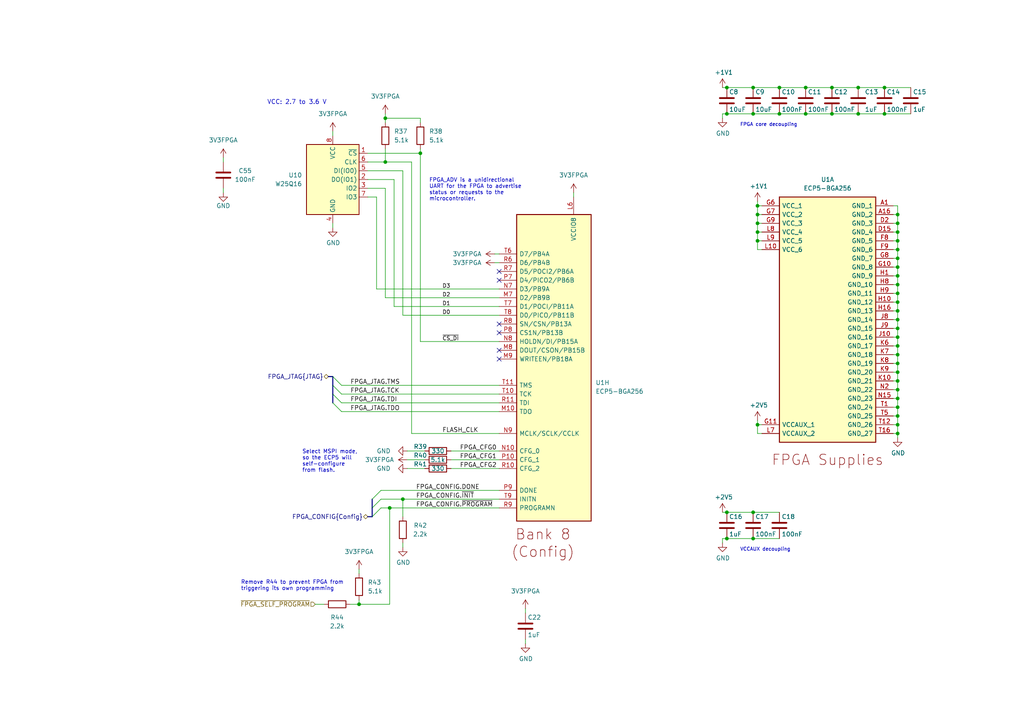
<source format=kicad_sch>
(kicad_sch (version 20230121) (generator eeschema)
  (paper "A4")
  (title_block (title "${TITLE}") (date "${DATE}") (rev "${VERSION}") (company "${COPYRIGHT}") (comment 1 "${LICENSE}"))
  (lib_symbols
    (symbol "Device:C" (pin_numbers hide) (pin_names (offset 0.254))
      (property "Reference" "C" (at 0.635 2.54 0))
      (property "Value" "C" (at 0.635 -2.54 0))
      (symbol "C_0_1"
        (polyline (pts (xy -2.032 -0.762) (xy 2.032 -0.762)) (stroke (width 0.508)))
        (polyline (pts (xy -2.032 0.762) (xy 2.032 0.762)) (stroke (width 0.508)))
      )
      (symbol "C_1_1"
        (pin passive line (at 0 3.81 270) (length 2.794) (name "~") (number "1"))
        (pin passive line (at 0 -3.81 90) (length 2.794) (name "~") (number "2"))
      )
    )
    (symbol "Device:R" (pin_numbers hide) (pin_names (offset 0))
      (property "Reference" "R" (at 2.032 0 90))
      (property "Value" "R" (at 0 0 90))
      (symbol "R_0_1"
        (rectangle (start -1.016 -2.54) (end 1.016 2.54) (stroke (width 0.254)))
      )
      (symbol "R_1_1"
        (pin passive line (at 0 3.81 270) (length 1.27) (name "~") (number "1"))
        (pin passive line (at 0 -3.81 90) (length 1.27) (name "~") (number "2"))
      )
    )
    (symbol "Memory_Flash:W25Q32JVSS"
      (property "Reference" "U" (at -6.35 11.43 0))
      (property "Value" "W25Q32JVSS" (at 7.62 11.43 0))
      (symbol "W25Q32JVSS_0_1"
        (rectangle (start -7.62 10.16) (end 7.62 -10.16) (stroke (width 0.254)) (fill (type background)))
      )
      (symbol "W25Q32JVSS_1_1"
        (pin input line (at -10.16 7.62 0) (length 2.54) (name "~{CS}") (number "1"))
        (pin bidirectional line (at -10.16 0 0) (length 2.54) (name "DO(IO1)") (number "2"))
        (pin bidirectional line (at -10.16 -2.54 0) (length 2.54) (name "IO2") (number "3"))
        (pin power_in line (at 0 -12.7 90) (length 2.54) (name "GND") (number "4"))
        (pin bidirectional line (at -10.16 2.54 0) (length 2.54) (name "DI(IO0)") (number "5"))
        (pin input line (at -10.16 5.08 0) (length 2.54) (name "CLK") (number "6"))
        (pin bidirectional line (at -10.16 -5.08 0) (length 2.54) (name "IO3") (number "7"))
        (pin power_in line (at 0 12.7 270) (length 2.54) (name "VCC") (number "8"))
      )
    )
    (symbol "fpgas_and_processors:ECP5-BGA256" (pin_names (offset 0.762))
      (property "Reference" "U" (at -2.54 1.27 0))
      (property "Value" "ECP5-BGA256" (at 10.16 1.27 0))
      (symbol "ECP5-BGA256_1_0"
        (rectangle (start 5.08 0) (end 33.02 -71.12) (stroke (width 0.3048)) (fill (type background)))
      )
      (symbol "ECP5-BGA256_1_1"
        (text "FPGA Supplies" (at 19.05 -76.2 0) (effects (font (size 2.9972 2.9972))))
        (pin power_in line (at 38.1 -2.54 180) (length 5.08) (name "GND_1") (number "A1"))
        (pin power_in line (at 38.1 -5.08 180) (length 5.08) (name "GND_2") (number "A16"))
        (pin power_in line (at 38.1 -10.16 180) (length 5.08) (name "GND_4") (number "D15"))
        (pin power_in line (at 38.1 -7.62 180) (length 5.08) (name "GND_3") (number "D2"))
        (pin power_in line (at 38.1 -12.7 180) (length 5.08) (name "GND_5") (number "F8"))
        (pin power_in line (at 38.1 -15.24 180) (length 5.08) (name "GND_6") (number "F9"))
        (pin power_in line (at 38.1 -20.32 180) (length 5.08) (name "GND_8") (number "G10"))
        (pin power_in line (at 0 -66.04 0) (length 5.08) (name "VCCAUX_1") (number "G11"))
        (pin power_in line (at 0 -2.54 0) (length 5.08) (name "VCC_1") (number "G6"))
        (pin power_in line (at 0 -5.08 0) (length 5.08) (name "VCC_2") (number "G7"))
        (pin power_in line (at 38.1 -17.78 180) (length 5.08) (name "GND_7") (number "G8"))
        (pin power_in line (at 0 -7.62 0) (length 5.08) (name "VCC_3") (number "G9"))
        (pin power_in line (at 38.1 -22.86 180) (length 5.08) (name "GND_9") (number "H1"))
        (pin power_in line (at 38.1 -30.48 180) (length 5.08) (name "GND_12") (number "H10"))
        (pin power_in line (at 38.1 -33.02 180) (length 5.08) (name "GND_13") (number "H16"))
        (pin power_in line (at 38.1 -25.4 180) (length 5.08) (name "GND_10") (number "H8"))
        (pin power_in line (at 38.1 -27.94 180) (length 5.08) (name "GND_11") (number "H9"))
        (pin power_in line (at 38.1 -40.64 180) (length 5.08) (name "GND_16") (number "J10"))
        (pin power_in line (at 38.1 -35.56 180) (length 5.08) (name "GND_14") (number "J8"))
        (pin power_in line (at 38.1 -38.1 180) (length 5.08) (name "GND_15") (number "J9"))
        (pin power_in line (at 38.1 -53.34 180) (length 5.08) (name "GND_21") (number "K10"))
        (pin power_in line (at 38.1 -43.18 180) (length 5.08) (name "GND_17") (number "K6"))
        (pin power_in line (at 38.1 -45.72 180) (length 5.08) (name "GND_18") (number "K7"))
        (pin power_in line (at 38.1 -48.26 180) (length 5.08) (name "GND_19") (number "K8"))
        (pin power_in line (at 38.1 -50.8 180) (length 5.08) (name "GND_20") (number "K9"))
        (pin power_in line (at 0 -15.24 0) (length 5.08) (name "VCC_6") (number "L10"))
        (pin power_in line (at 0 -68.58 0) (length 5.08) (name "VCCAUX_2") (number "L7"))
        (pin power_in line (at 0 -10.16 0) (length 5.08) (name "VCC_4") (number "L8"))
        (pin power_in line (at 0 -12.7 0) (length 5.08) (name "VCC_5") (number "L9"))
        (pin power_in line (at 38.1 -58.42 180) (length 5.08) (name "GND_23") (number "N15"))
        (pin power_in line (at 38.1 -55.88 180) (length 5.08) (name "GND_22") (number "N2"))
        (pin power_in line (at 38.1 -60.96 180) (length 5.08) (name "GND_24") (number "T1"))
        (pin power_in line (at 38.1 -66.04 180) (length 5.08) (name "GND_26") (number "T12"))
        (pin power_in line (at 38.1 -68.58 180) (length 5.08) (name "GND_27") (number "T16"))
        (pin power_in line (at 38.1 -63.5 180) (length 5.08) (name "GND_25") (number "T5"))
      )
      (symbol "ECP5-BGA256_2_1"
        (rectangle (start 0 0) (end 19.05 -74.93) (stroke (width 0.3048)) (fill (type background)))
        (text "Bank 0" (at 10.16 -78.74 0) (effects (font (size 2.9972 2.9972))))
        (pin bidirectional line (at 24.13 -11.43 180) (length 5.08) (name "PT4A") (number "A2"))
        (pin bidirectional line (at 24.13 -16.51 180) (length 5.08) (name "PT6A") (number "A3"))
        (pin bidirectional line (at 24.13 -19.05 180) (length 5.08) (name "PT6B") (number "A4"))
        (pin bidirectional line (at 24.13 -43.18 180) (length 5.08) (name "PT18A") (number "A5"))
        (pin bidirectional line (at 24.13 -45.72 180) (length 5.08) (name "PT18B") (number "A6"))
        (pin bidirectional line (at 24.13 -68.58 180) (length 5.08) (name "PT29A") (number "A7"))
        (pin bidirectional line (at 24.13 -71.12 180) (length 5.08) (name "PT29B") (number "A8"))
        (pin bidirectional line (at 24.13 -13.97 180) (length 5.08) (name "PT4B") (number "B3"))
        (pin bidirectional line (at 24.13 -29.21 180) (length 5.08) (name "PT11B") (number "B4"))
        (pin bidirectional line (at 24.13 -39.37 180) (length 5.08) (name "PT15B") (number "B5"))
        (pin bidirectional line (at 24.13 -55.88 180) (length 5.08) (name "PT22B") (number "B6"))
        (pin bidirectional line (at 24.13 -66.04 180) (length 5.08) (name "PT27B") (number "B7"))
        (pin bidirectional line (at 24.13 -26.67 180) (length 5.08) (name "PT11A") (number "C4"))
        (pin bidirectional line (at 24.13 -36.83 180) (length 5.08) (name "PT15A") (number "C5"))
        (pin bidirectional line (at 24.13 -53.34 180) (length 5.08) (name "PT22A") (number "C6"))
        (pin bidirectional line (at 24.13 -63.5 180) (length 5.08) (name "PT27A") (number "C7"))
        (pin bidirectional line (at 24.13 -24.13 180) (length 5.08) (name "PT9B") (number "D4"))
        (pin bidirectional line (at 24.13 -34.29 180) (length 5.08) (name "PT13B") (number "D5"))
        (pin bidirectional line (at 24.13 -50.8 180) (length 5.08) (name "PT20B") (number "D6"))
        (pin bidirectional line (at 24.13 -60.96 180) (length 5.08) (name "PT24B") (number "D7"))
        (pin bidirectional line (at 24.13 -21.59 180) (length 5.08) (name "PT9A") (number "E4"))
        (pin bidirectional line (at 24.13 -31.75 180) (length 5.08) (name "PT13A") (number "E5"))
        (pin bidirectional line (at 24.13 -48.26 180) (length 5.08) (name "PT20A") (number "E6"))
        (pin bidirectional line (at 24.13 -58.42 180) (length 5.08) (name "PT24A") (number "E7"))
        (pin power_in line (at 7.62 5.08 270) (length 5.08) (name "VCCIO0_1") (number "F6"))
        (pin power_in line (at 5.08 5.08 270) (length 5.08) (name "VCCIO0_2") (number "F7"))
      )
      (symbol "ECP5-BGA256_3_0"
        (rectangle (start 0 0) (end 21.59 -93.98) (stroke (width 0.3048)) (fill (type background)))
      )
      (symbol "ECP5-BGA256_3_1"
        (text "Bank 1" (at 8.89 -96.52 0) (effects (font (size 2.9972 2.9972))))
        (pin bidirectional line (at 26.67 -34.29 180) (length 5.08) (name "PT42B") (number "A10"))
        (pin bidirectional line (at 26.67 -57.15 180) (length 5.08) (name "PT53A") (number "A11"))
        (pin bidirectional line (at 26.67 -59.69 180) (length 5.08) (name "PT53B") (number "A12"))
        (pin bidirectional line (at 26.67 -82.55 180) (length 5.08) (name "PT65A") (number "A13"))
        (pin bidirectional line (at 26.67 -85.09 180) (length 5.08) (name "PT65B") (number "A14"))
        (pin bidirectional line (at 26.67 -90.17 180) (length 5.08) (name "PT67B") (number "A15"))
        (pin bidirectional line (at 26.67 -31.75 180) (length 5.08) (name "PT42A") (number "A9"))
        (pin bidirectional line (at 26.67 -36.83 180) (length 5.08) (name "PT44A") (number "B10"))
        (pin bidirectional line (at 26.67 -46.99 180) (length 5.08) (name "PT49A") (number "B11"))
        (pin bidirectional line (at 26.67 -62.23 180) (length 5.08) (name "PT56A") (number "B12"))
        (pin bidirectional line (at 26.67 -72.39 180) (length 5.08) (name "PT60A") (number "B13"))
        (pin bidirectional line (at 26.67 -87.63 180) (length 5.08) (name "PT67A") (number "B14"))
        (pin bidirectional line (at 26.67 -19.05 180) (length 5.08) (name "PT35B") (number "B8"))
        (pin bidirectional line (at 26.67 -21.59 180) (length 5.08) (name "PT38A") (number "B9"))
        (pin bidirectional line (at 26.67 -39.37 180) (length 5.08) (name "PT44B") (number "C10"))
        (pin bidirectional line (at 26.67 -49.53 180) (length 5.08) (name "PT49B") (number "C11"))
        (pin bidirectional line (at 26.67 -64.77 180) (length 5.08) (name "PT56B") (number "C12"))
        (pin bidirectional line (at 26.67 -74.93 180) (length 5.08) (name "PT60B") (number "C13"))
        (pin bidirectional line (at 26.67 -16.51 180) (length 5.08) (name "PT35A") (number "C8"))
        (pin bidirectional line (at 26.67 -24.13 180) (length 5.08) (name "PT38B") (number "C9"))
        (pin bidirectional line (at 26.67 -41.91 180) (length 5.08) (name "PT47A") (number "D10"))
        (pin bidirectional line (at 26.67 -52.07 180) (length 5.08) (name "PT51A") (number "D11"))
        (pin bidirectional line (at 26.67 -67.31 180) (length 5.08) (name "PT58A") (number "D12"))
        (pin bidirectional line (at 26.67 -77.47 180) (length 5.08) (name "PT62A") (number "D13"))
        (pin bidirectional line (at 26.67 -13.97 180) (length 5.08) (name "PT33B") (number "D8"))
        (pin bidirectional line (at 26.67 -26.67 180) (length 5.08) (name "PT40A") (number "D9"))
        (pin bidirectional line (at 26.67 -44.45 180) (length 5.08) (name "PT47B") (number "E10"))
        (pin bidirectional line (at 26.67 -54.61 180) (length 5.08) (name "PT51B") (number "E11"))
        (pin bidirectional line (at 26.67 -69.85 180) (length 5.08) (name "PT58B") (number "E12"))
        (pin bidirectional line (at 26.67 -80.01 180) (length 5.08) (name "PT62B") (number "E13"))
        (pin bidirectional line (at 26.67 -11.43 180) (length 5.08) (name "PT33A") (number "E8"))
        (pin bidirectional line (at 26.67 -29.21 180) (length 5.08) (name "PT40B") (number "E9"))
        (pin power_in line (at 6.35 5.08 270) (length 5.08) (name "VCCIO1_1") (number "F10"))
        (pin power_in line (at 3.81 5.08 270) (length 5.08) (name "VCCIO1_2") (number "F11"))
      )
      (symbol "ECP5-BGA256_4_1"
        (rectangle (start 0 0) (end 19.05 -93.98) (stroke (width 0.3048)) (fill (type background)))
        (text "Bank 2" (at 10.16 -97.79 0) (effects (font (size 2.9972 2.9972))))
        (pin bidirectional line (at 24.13 -13.97 180) (length 5.08) (name "PR2B") (number "B15"))
        (pin bidirectional line (at 24.13 -11.43 180) (length 5.08) (name "PR2A") (number "B16"))
        (pin bidirectional line (at 24.13 -16.51 180) (length 5.08) (name "PR2C") (number "C14"))
        (pin bidirectional line (at 24.13 -24.13 180) (length 5.08) (name "PR5B") (number "C15"))
        (pin bidirectional line (at 24.13 -21.59 180) (length 5.08) (name "PR5A") (number "C16"))
        (pin bidirectional line (at 24.13 -19.05 180) (length 5.08) (name "PR2D") (number "D14"))
        (pin bidirectional line (at 24.13 -31.75 180) (length 5.08) (name "PR8A") (number "D16"))
        (pin bidirectional line (at 24.13 -26.67 180) (length 5.08) (name "PR5C") (number "E14"))
        (pin bidirectional line (at 24.13 -34.29 180) (length 5.08) (name "PR8B") (number "E15"))
        (pin bidirectional line (at 24.13 -49.53 180) (length 5.08) (name "PR11D") (number "E16"))
        (pin bidirectional line (at 24.13 -39.37 180) (length 5.08) (name "PR8D") (number "F12"))
        (pin bidirectional line (at 24.13 -36.83 180) (length 5.08) (name "PR8C") (number "F13"))
        (pin bidirectional line (at 24.13 -29.21 180) (length 5.08) (name "PR5D") (number "F14"))
        (pin bidirectional line (at 24.13 -46.99 180) (length 5.08) (name "PR11C") (number "F15"))
        (pin bidirectional line (at 24.13 -52.07 180) (length 5.08) (name "PR14A") (number "F16"))
        (pin bidirectional line (at 24.13 -41.91 180) (length 5.08) (name "PR11A") (number "G12"))
        (pin bidirectional line (at 24.13 -44.45 180) (length 5.08) (name "PR11B") (number "G13"))
        (pin bidirectional line (at 24.13 -57.15 180) (length 5.08) (name "PR14C") (number "G14"))
        (pin bidirectional line (at 24.13 -54.61 180) (length 5.08) (name "PR14B") (number "G15"))
        (pin bidirectional line (at 24.13 -72.39 180) (length 5.08) (name "PR20A") (number "G16"))
        (pin power_in line (at 3.81 5.08 270) (length 5.08) (name "VCCIO2_1") (number "H11"))
        (pin bidirectional line (at 24.13 -62.23 180) (length 5.08) (name "PR17A") (number "H12"))
        (pin bidirectional line (at 24.13 -64.77 180) (length 5.08) (name "PR17B") (number "H13"))
        (pin bidirectional line (at 24.13 -59.69 180) (length 5.08) (name "PR14D") (number "H14"))
        (pin bidirectional line (at 24.13 -74.93 180) (length 5.08) (name "PR20B") (number "H15"))
        (pin power_in line (at 6.35 5.08 270) (length 5.08) (name "VCCIO2_2") (number "J11"))
        (pin bidirectional line (at 24.13 -69.85 180) (length 5.08) (name "PR17D") (number "J12"))
        (pin bidirectional line (at 24.13 -67.31 180) (length 5.08) (name "PR17C") (number "J13"))
        (pin bidirectional line (at 24.13 -77.47 180) (length 5.08) (name "PR20C") (number "J14"))
        (pin bidirectional line (at 24.13 -85.09 180) (length 5.08) (name "PR23B") (number "J15"))
        (pin bidirectional line (at 24.13 -82.55 180) (length 5.08) (name "PR23A") (number "J16"))
        (pin bidirectional line (at 24.13 -80.01 180) (length 5.08) (name "PR20D") (number "K14"))
        (pin bidirectional line (at 24.13 -90.17 180) (length 5.08) (name "PR23D") (number "K15"))
        (pin bidirectional line (at 24.13 -87.63 180) (length 5.08) (name "PR23C") (number "K16"))
      )
      (symbol "ECP5-BGA256_5_0"
        (rectangle (start 0 0) (end 20.32 -91.44) (stroke (width 0.3048)) (fill (type background)))
      )
      (symbol "ECP5-BGA256_5_1"
        (text "Bank 3" (at 15.24 -96.52 0) (effects (font (size 2.9972 2.9972))))
        (pin power_in line (at 3.81 5.08 270) (length 5.08) (name "VCCIO3_1") (number "K11"))
        (pin bidirectional line (at 25.4 -22.86 180) (length 5.08) (name "PR29B") (number "K12"))
        (pin bidirectional line (at 25.4 -20.32 180) (length 5.08) (name "PR29A") (number "K13"))
        (pin power_in line (at 6.35 5.08 270) (length 5.08) (name "VCCIO3_2") (number "L11"))
        (pin bidirectional line (at 25.4 -27.94 180) (length 5.08) (name "PR29D") (number "L12"))
        (pin bidirectional line (at 25.4 -25.4 180) (length 5.08) (name "PR29C") (number "L13"))
        (pin bidirectional line (at 25.4 -35.56 180) (length 5.08) (name "PR32C") (number "L14"))
        (pin bidirectional line (at 25.4 -12.7 180) (length 5.08) (name "PR26B") (number "L15"))
        (pin bidirectional line (at 25.4 -10.16 180) (length 5.08) (name "PR26A") (number "L16"))
        (pin bidirectional line (at 25.4 -81.28 180) (length 5.08) (name "PR47A") (number "M11"))
        (pin bidirectional line (at 25.4 -76.2 180) (length 5.08) (name "PR44C") (number "M12"))
        (pin bidirectional line (at 25.4 -45.72 180) (length 5.08) (name "PR35C") (number "M13"))
        (pin bidirectional line (at 25.4 -38.1 180) (length 5.08) (name "PR32D") (number "M14"))
        (pin bidirectional line (at 25.4 -17.78 180) (length 5.08) (name "PR26D") (number "M15"))
        (pin bidirectional line (at 25.4 -15.24 180) (length 5.08) (name "PR26C") (number "M16"))
        (pin bidirectional line (at 25.4 -83.82 180) (length 5.08) (name "PR47B") (number "N11"))
        (pin bidirectional line (at 25.4 -78.74 180) (length 5.08) (name "PR44D") (number "N12"))
        (pin bidirectional line (at 25.4 -50.8 180) (length 5.08) (name "PR38A") (number "N13"))
        (pin bidirectional line (at 25.4 -48.26 180) (length 5.08) (name "PR35D") (number "N14"))
        (pin bidirectional line (at 25.4 -30.48 180) (length 5.08) (name "PR32A") (number "N16"))
        (pin bidirectional line (at 25.4 -86.36 180) (length 5.08) (name "PR47C") (number "P11"))
        (pin bidirectional line (at 25.4 -88.9 180) (length 5.08) (name "PR47D") (number "P12"))
        (pin bidirectional line (at 25.4 -60.96 180) (length 5.08) (name "PR41A") (number "P13"))
        (pin bidirectional line (at 25.4 -53.34 180) (length 5.08) (name "PR38B") (number "P14"))
        (pin bidirectional line (at 25.4 -33.02 180) (length 5.08) (name "PR32B") (number "P15"))
        (pin bidirectional line (at 25.4 -40.64 180) (length 5.08) (name "PR35A") (number "P16"))
        (pin bidirectional line (at 25.4 -71.12 180) (length 5.08) (name "PR44A") (number "R12"))
        (pin bidirectional line (at 25.4 -66.04 180) (length 5.08) (name "PR41C") (number "R13"))
        (pin bidirectional line (at 25.4 -63.5 180) (length 5.08) (name "PR41B") (number "R14"))
        (pin bidirectional line (at 25.4 -55.88 180) (length 5.08) (name "PR38C") (number "R15"))
        (pin bidirectional line (at 25.4 -43.18 180) (length 5.08) (name "PR35B") (number "R16"))
        (pin bidirectional line (at 25.4 -73.66 180) (length 5.08) (name "PR44B") (number "T13"))
        (pin bidirectional line (at 25.4 -68.58 180) (length 5.08) (name "PR41D") (number "T14"))
        (pin bidirectional line (at 25.4 -58.42 180) (length 5.08) (name "PR38D") (number "T15"))
      )
      (symbol "ECP5-BGA256_6_1"
        (rectangle (start 0 0) (end 19.05 -106.68) (stroke (width 0.3048)) (fill (type background)))
        (text "Bank 6" (at 11.43 -110.49 0) (effects (font (size 2.9972 2.9972))))
        (pin power_in line (at 3.81 5.08 270) (length 5.08) (name "VCCIO6_1") (number "J6"))
        (pin power_in line (at 6.35 5.08 270) (length 5.08) (name "VCCIO6_2") (number "J7"))
        (pin bidirectional line (at 24.13 -25.4 180) (length 5.08) (name "PL29A") (number "K4"))
        (pin bidirectional line (at 24.13 -27.94 180) (length 5.08) (name "PL29B") (number "K5"))
        (pin bidirectional line (at 24.13 -13.97 180) (length 5.08) (name "PL26A") (number "L1"))
        (pin bidirectional line (at 24.13 -16.51 180) (length 5.08) (name "PL26B") (number "L2"))
        (pin bidirectional line (at 24.13 -41.91 180) (length 5.08) (name "PL32C") (number "L3"))
        (pin bidirectional line (at 24.13 -30.48 180) (length 5.08) (name "PL29C") (number "L4"))
        (pin bidirectional line (at 24.13 -33.02 180) (length 5.08) (name "PL29D") (number "L5"))
        (pin bidirectional line (at 24.13 -19.05 180) (length 5.08) (name "PL26C") (number "M1"))
        (pin bidirectional line (at 24.13 -21.59 180) (length 5.08) (name "PL26D") (number "M2"))
        (pin bidirectional line (at 24.13 -44.45 180) (length 5.08) (name "PL32D") (number "M3"))
        (pin bidirectional line (at 24.13 -53.34 180) (length 5.08) (name "PL35C") (number "M4"))
        (pin bidirectional line (at 24.13 -78.74 180) (length 5.08) (name "PL44C") (number "M5"))
        (pin bidirectional line (at 24.13 -96.52 180) (length 5.08) (name "PL47A") (number "M6"))
        (pin bidirectional line (at 24.13 -36.83 180) (length 5.08) (name "PL32A") (number "N1"))
        (pin bidirectional line (at 24.13 -55.88 180) (length 5.08) (name "PL35D") (number "N3"))
        (pin bidirectional line (at 24.13 -60.96 180) (length 5.08) (name "PL38A") (number "N4"))
        (pin bidirectional line (at 24.13 -81.28 180) (length 5.08) (name "PL44D") (number "N5"))
        (pin bidirectional line (at 24.13 -99.06 180) (length 5.08) (name "PL47B") (number "N6"))
        (pin bidirectional line (at 24.13 -48.26 180) (length 5.08) (name "PL35A") (number "P1"))
        (pin bidirectional line (at 24.13 -39.37 180) (length 5.08) (name "PL32B") (number "P2"))
        (pin bidirectional line (at 24.13 -63.5 180) (length 5.08) (name "PL38B") (number "P3"))
        (pin bidirectional line (at 24.13 -85.09 180) (length 5.08) (name "PL41A") (number "P4"))
        (pin bidirectional line (at 24.13 -101.6 180) (length 5.08) (name "PL47D") (number "P5"))
        (pin bidirectional line (at 24.13 -104.14 180) (length 5.08) (name "PL47C") (number "P6"))
        (pin bidirectional line (at 24.13 -50.8 180) (length 5.08) (name "PL35B") (number "R1"))
        (pin bidirectional line (at 24.13 -66.04 180) (length 5.08) (name "PL38C") (number "R2"))
        (pin bidirectional line (at 24.13 -87.63 180) (length 5.08) (name "PL41B") (number "R3"))
        (pin bidirectional line (at 24.13 -90.17 180) (length 5.08) (name "PL41C") (number "R4"))
        (pin bidirectional line (at 24.13 -73.66 180) (length 5.08) (name "PL44A") (number "R5"))
        (pin bidirectional line (at 24.13 -68.58 180) (length 5.08) (name "PL38D") (number "T2"))
        (pin bidirectional line (at 24.13 -92.71 180) (length 5.08) (name "PL41D") (number "T3"))
        (pin bidirectional line (at 24.13 -76.2 180) (length 5.08) (name "PL44B") (number "T4"))
      )
      (symbol "ECP5-BGA256_7_1"
        (rectangle (start 0 0) (end 20.32 -109.22) (stroke (width 0.3048)) (fill (type background)))
        (text "Bank 7" (at 12.7 -113.03 0) (effects (font (size 2.9972 2.9972))))
        (pin bidirectional line (at 25.4 -10.16 180) (length 5.08) (name "PL2A") (number "B1"))
        (pin bidirectional line (at 25.4 -12.7 180) (length 5.08) (name "PL2B") (number "B2"))
        (pin bidirectional line (at 25.4 -22.86 180) (length 5.08) (name "PL5A") (number "C1"))
        (pin bidirectional line (at 25.4 -25.4 180) (length 5.08) (name "PL5B") (number "C2"))
        (pin bidirectional line (at 25.4 -15.24 180) (length 5.08) (name "PL2C") (number "C3"))
        (pin bidirectional line (at 25.4 -35.56 180) (length 5.08) (name "PL8A") (number "D1"))
        (pin bidirectional line (at 25.4 -17.78 180) (length 5.08) (name "PL2D") (number "D3"))
        (pin bidirectional line (at 25.4 -54.61 180) (length 5.08) (name "PL11D") (number "E1"))
        (pin bidirectional line (at 25.4 -38.1 180) (length 5.08) (name "PL8B") (number "E2"))
        (pin bidirectional line (at 25.4 -27.94 180) (length 5.08) (name "PL5C") (number "E3"))
        (pin bidirectional line (at 25.4 -59.69 180) (length 5.08) (name "PL14A") (number "F1"))
        (pin bidirectional line (at 25.4 -52.07 180) (length 5.08) (name "PL11C") (number "F2"))
        (pin bidirectional line (at 25.4 -30.48 180) (length 5.08) (name "PL5D") (number "F3"))
        (pin bidirectional line (at 25.4 -40.64 180) (length 5.08) (name "PL8C") (number "F4"))
        (pin bidirectional line (at 25.4 -43.18 180) (length 5.08) (name "PL8D") (number "F5"))
        (pin bidirectional line (at 25.4 -82.55 180) (length 5.08) (name "PL20A") (number "G1"))
        (pin bidirectional line (at 25.4 -62.23 180) (length 5.08) (name "PL14B") (number "G2"))
        (pin bidirectional line (at 25.4 -64.77 180) (length 5.08) (name "PL14C") (number "G3"))
        (pin bidirectional line (at 25.4 -49.53 180) (length 5.08) (name "PL11B") (number "G4"))
        (pin bidirectional line (at 25.4 -46.99 180) (length 5.08) (name "PL11A") (number "G5"))
        (pin bidirectional line (at 25.4 -85.09 180) (length 5.08) (name "PL20B") (number "H2"))
        (pin bidirectional line (at 25.4 -67.31 180) (length 5.08) (name "PL14D") (number "H3"))
        (pin bidirectional line (at 25.4 -73.66 180) (length 5.08) (name "PL17B") (number "H4"))
        (pin bidirectional line (at 25.4 -71.12 180) (length 5.08) (name "PL17A") (number "H5"))
        (pin power_in line (at 7.62 5.08 270) (length 5.08) (name "VCCIO7_1") (number "H6"))
        (pin power_in line (at 5.08 5.08 270) (length 5.08) (name "VCCIO7_2") (number "H7"))
        (pin bidirectional line (at 25.4 -95.25 180) (length 5.08) (name "PL23A") (number "J1"))
        (pin bidirectional line (at 25.4 -97.79 180) (length 5.08) (name "PL23B") (number "J2"))
        (pin bidirectional line (at 25.4 -87.63 180) (length 5.08) (name "PL20C") (number "J3"))
        (pin bidirectional line (at 25.4 -76.2 180) (length 5.08) (name "PL17C") (number "J4"))
        (pin bidirectional line (at 25.4 -78.74 180) (length 5.08) (name "PL17D") (number "J5"))
        (pin bidirectional line (at 25.4 -100.33 180) (length 5.08) (name "PL23C") (number "K1"))
        (pin bidirectional line (at 25.4 -102.87 180) (length 5.08) (name "PL23D") (number "K2"))
        (pin bidirectional line (at 25.4 -90.17 180) (length 5.08) (name "PL20D") (number "K3"))
      )
      (symbol "ECP5-BGA256_8_0"
        (text "(Config)" (at 13.97 -97.79 0) (effects (font (size 2.9972 2.9972))))
        (text "Bank 8" (at 13.97 -92.71 0) (effects (font (size 2.9972 2.9972))))
      )
      (symbol "ECP5-BGA256_8_1"
        (rectangle (start 0 0) (end 21.59 -88.9) (stroke (width 0.3048)) (fill (type background)))
        (pin power_in line (at 5.08 5.08 270) (length 5.08) (name "VCCIO8") (number "L6"))
        (pin output line (at 26.67 -57.15 180) (length 5.08) (name "TDO") (number "M10"))
        (pin bidirectional line (at 26.67 -24.13 180) (length 5.08) (name "D2/PB9B") (number "M7"))
        (pin bidirectional line (at 26.67 -39.37 180) (length 5.08) (name "DOUT/CSON/PB15B") (number "M8"))
        (pin bidirectional line (at 26.67 -41.91 180) (length 5.08) (name "WRITEEN/PB18A") (number "M9"))
        (pin input line (at 26.67 -68.58 180) (length 5.08) (name "CFG_0") (number "N10"))
        (pin bidirectional line (at 26.67 -21.59 180) (length 5.08) (name "D3/PB9A") (number "N7"))
        (pin bidirectional line (at 26.67 -36.83 180) (length 5.08) (name "HOLDN/DI/PB15A") (number "N8"))
        (pin bidirectional line (at 26.67 -63.5 180) (length 5.08) (name "MCLK/SCLK/CCLK") (number "N9"))
        (pin input line (at 26.67 -71.12 180) (length 5.08) (name "CFG_1") (number "P10"))
        (pin bidirectional line (at 26.67 -19.05 180) (length 5.08) (name "D4/PICO2/PB6B") (number "P7"))
        (pin bidirectional line (at 26.67 -34.29 180) (length 5.08) (name "CS1N/PB13B") (number "P8"))
        (pin bidirectional line (at 26.67 -80.01 180) (length 5.08) (name "DONE") (number "P9"))
        (pin input line (at 26.67 -73.66 180) (length 5.08) (name "CFG_2") (number "R10"))
        (pin input line (at 26.67 -54.61 180) (length 5.08) (name "TDI") (number "R11"))
        (pin bidirectional line (at 26.67 -13.97 180) (length 5.08) (name "D6/PB4B") (number "R6"))
        (pin bidirectional line (at 26.67 -16.51 180) (length 5.08) (name "D5/POCI2/PB6A") (number "R7"))
        (pin bidirectional line (at 26.67 -31.75 180) (length 5.08) (name "SN/CSN/PB13A") (number "R8"))
        (pin bidirectional line (at 26.67 -85.09 180) (length 5.08) (name "PROGRAMN") (number "R9"))
        (pin input line (at 26.67 -52.07 180) (length 5.08) (name "TCK") (number "T10"))
        (pin input line (at 26.67 -49.53 180) (length 5.08) (name "TMS") (number "T11"))
        (pin bidirectional line (at 26.67 -11.43 180) (length 5.08) (name "D7/PB4A") (number "T6"))
        (pin bidirectional line (at 26.67 -26.67 180) (length 5.08) (name "D1/POCI/PB11A") (number "T7"))
        (pin bidirectional line (at 26.67 -29.21 180) (length 5.08) (name "D0/PICO/PB11B") (number "T8"))
        (pin bidirectional line (at 26.67 -82.55 180) (length 5.08) (name "INITN") (number "T9"))
      )
    )
    (symbol "power:+1V1" (power) (pin_names (offset 0))
      (property "Value" "+1V1" (at 0 3.556 0))
      (symbol "+1V1_0_1"
        (polyline (pts (xy -0.762 1.27) (xy 0 2.54)))
        (polyline (pts (xy 0 0) (xy 0 2.54)))
        (polyline (pts (xy 0 2.54) (xy 0.762 1.27)))
      )
      (symbol "+1V1_1_1"
        (pin power_in line (at 0 0 90) (length 0) hide (name "+1V1") (number "1"))
      )
    )
    (symbol "power:+2V5" (power) (pin_names (offset 0))
      (property "Value" "+2V5" (at 0 3.556 0))
      (symbol "+2V5_0_1"
        (polyline (pts (xy -0.762 1.27) (xy 0 2.54)))
        (polyline (pts (xy 0 0) (xy 0 2.54)))
        (polyline (pts (xy 0 2.54) (xy 0.762 1.27)))
      )
      (symbol "+2V5_1_1"
        (pin power_in line (at 0 0 90) (length 0) hide (name "+2V5") (number "1"))
      )
    )
    (symbol "power:GND" (power) (pin_names (offset 0))
      (property "Value" "GND" (at 0 -3.81 0))
      (symbol "GND_0_1"
        (polyline (pts (xy 0 0) (xy 0 -1.27) (xy 1.27 -1.27) (xy 0 -2.54) (xy -1.27 -1.27) (xy 0 -1.27)))
      )
      (symbol "GND_1_1"
        (pin power_in line (at 0 0 270) (length 0) hide (name "GND") (number "1"))
      )
    )
    (symbol "support_hardware:3V3FPGA" (power) (pin_names (offset 0))
      (property "Value" "3V3FPGA" (at 0 3.81 0))
      (symbol "3V3FPGA_0_1"
        (polyline (pts (xy -0.762 1.27) (xy 0 2.54)))
        (polyline (pts (xy 0 0) (xy 0 2.54)))
        (polyline (pts (xy 0 2.54) (xy 0.762 1.27)))
      )
      (symbol "3V3FPGA_1_1"
        (pin power_in line (at 0 0 90) (length 0) hide (name "3V3FPGA") (number "1"))
      )
    )
  )
  (bus_alias "Config" (members "DONE" "~{INIT}" "~{PROGRAM}"))
  (junction (at 248.92 25.4))
  (junction (at 219.71 69.85))
  (junction (at 260.35 105.41))
  (junction (at 218.44 148.59))
  (junction (at 210.82 25.4))
  (junction (at 260.35 125.73))
  (junction (at 260.35 118.11))
  (junction (at 260.35 113.03))
  (junction (at 116.84 144.78))
  (junction (at 218.44 156.21))
  (junction (at 256.54 33.02))
  (junction (at 260.35 102.87))
  (junction (at 260.35 80.01))
  (junction (at 260.35 85.09))
  (junction (at 113.03 147.32))
  (junction (at 256.54 25.4))
  (junction (at 219.71 123.19))
  (junction (at 260.35 123.19))
  (junction (at 219.71 64.77))
  (junction (at 260.35 69.85))
  (junction (at 121.92 44.45))
  (junction (at 260.35 95.25))
  (junction (at 260.35 92.71))
  (junction (at 260.35 90.17))
  (junction (at 233.68 33.02))
  (junction (at 260.35 64.77))
  (junction (at 219.71 62.23))
  (junction (at 111.76 46.99))
  (junction (at 218.44 25.4))
  (junction (at 260.35 77.47))
  (junction (at 104.14 175.26))
  (junction (at 260.35 62.23))
  (junction (at 260.35 87.63))
  (junction (at 218.44 33.02))
  (junction (at 241.3 33.02))
  (junction (at 210.82 148.59))
  (junction (at 260.35 72.39))
  (junction (at 260.35 100.33))
  (junction (at 260.35 82.55))
  (junction (at 260.35 115.57))
  (junction (at 260.35 74.93))
  (junction (at 260.35 120.65))
  (junction (at 226.06 33.02))
  (junction (at 260.35 67.31))
  (junction (at 260.35 107.95))
  (junction (at 210.82 33.02))
  (junction (at 219.71 67.31))
  (junction (at 260.35 97.79))
  (junction (at 241.3 25.4))
  (junction (at 219.71 59.69))
  (junction (at 248.92 33.02))
  (junction (at 111.76 34.29))
  (junction (at 233.68 25.4))
  (junction (at 210.82 156.21))
  (junction (at 260.35 110.49))
  (junction (at 226.06 25.4))
  (no_connect (at 144.78 96.52))
  (no_connect (at 144.78 93.98))
  (no_connect (at 144.78 81.28))
  (no_connect (at 144.78 101.6))
  (no_connect (at 144.78 104.14))
  (no_connect (at 144.78 78.74))
  (bus_entry (at 96.52 111.76) (size 2.54 2.54))
  (bus_entry (at 107.95 147.32) (size 2.54 -2.54))
  (bus_entry (at 96.52 116.84) (size 2.54 2.54))
  (bus_entry (at 107.95 149.86) (size 2.54 -2.54))
  (bus_entry (at 96.52 109.22) (size 2.54 2.54))
  (bus_entry (at 96.52 114.3) (size 2.54 2.54))
  (bus_entry (at 107.95 144.78) (size 2.54 -2.54))
  (wire (pts (xy 113.03 147.32) (xy 144.78 147.32)))
  (wire (pts (xy 121.92 34.29) (xy 121.92 35.56)))
  (wire (pts (xy 260.35 85.09) (xy 260.35 87.63)))
  (wire (pts (xy 210.82 156.21) (xy 209.55 156.21)))
  (wire (pts (xy 220.98 123.19) (xy 219.71 123.19)))
  (wire (pts (xy 264.16 33.02) (xy 256.54 33.02)))
  (wire (pts (xy 130.81 130.81) (xy 144.78 130.81)))
  (wire (pts (xy 219.71 125.73) (xy 219.71 123.19)))
  (wire (pts (xy 259.08 120.65) (xy 260.35 120.65)))
  (wire (pts (xy 209.55 33.02) (xy 209.55 34.29)))
  (wire (pts (xy 260.35 110.49) (xy 260.35 113.03)))
  (wire (pts (xy 259.08 100.33) (xy 260.35 100.33)))
  (wire (pts (xy 109.22 83.82) (xy 109.22 57.15)))
  (wire (pts (xy 116.84 91.44) (xy 144.78 91.44)))
  (wire (pts (xy 259.08 69.85) (xy 260.35 69.85)))
  (wire (pts (xy 219.71 67.31) (xy 219.71 69.85)))
  (wire (pts (xy 259.08 102.87) (xy 260.35 102.87)))
  (wire (pts (xy 219.71 64.77) (xy 219.71 67.31)))
  (wire (pts (xy 226.06 33.02) (xy 233.68 33.02)))
  (wire (pts (xy 220.98 64.77) (xy 219.71 64.77)))
  (wire (pts (xy 260.35 67.31) (xy 260.35 69.85)))
  (wire (pts (xy 260.35 82.55) (xy 260.35 85.09)))
  (wire (pts (xy 210.82 33.02) (xy 218.44 33.02)))
  (bus (pts (xy 95.25 109.22) (xy 96.52 109.22)))
  (wire (pts (xy 209.55 156.21) (xy 209.55 157.48)))
  (wire (pts (xy 118.11 133.35) (xy 123.19 133.35)))
  (wire (pts (xy 226.06 156.21) (xy 218.44 156.21)))
  (wire (pts (xy 166.37 57.15) (xy 166.37 55.88)))
  (wire (pts (xy 219.71 69.85) (xy 219.71 72.39)))
  (wire (pts (xy 209.55 25.4) (xy 210.82 25.4)))
  (wire (pts (xy 259.08 72.39) (xy 260.35 72.39)))
  (wire (pts (xy 116.84 144.78) (xy 110.49 144.78)))
  (wire (pts (xy 260.35 123.19) (xy 260.35 125.73)))
  (wire (pts (xy 64.77 46.99) (xy 64.77 45.72)))
  (wire (pts (xy 121.92 43.18) (xy 121.92 44.45)))
  (wire (pts (xy 259.08 87.63) (xy 260.35 87.63)))
  (wire (pts (xy 119.38 46.99) (xy 119.38 125.73)))
  (wire (pts (xy 260.35 97.79) (xy 260.35 100.33)))
  (wire (pts (xy 233.68 25.4) (xy 241.3 25.4)))
  (wire (pts (xy 209.55 148.59) (xy 210.82 148.59)))
  (wire (pts (xy 220.98 69.85) (xy 219.71 69.85)))
  (wire (pts (xy 106.68 49.53) (xy 116.84 49.53)))
  (wire (pts (xy 106.68 44.45) (xy 121.92 44.45)))
  (wire (pts (xy 226.06 25.4) (xy 233.68 25.4)))
  (wire (pts (xy 259.08 62.23) (xy 260.35 62.23)))
  (wire (pts (xy 118.11 135.89) (xy 123.19 135.89)))
  (wire (pts (xy 144.78 144.78) (xy 116.84 144.78)))
  (wire (pts (xy 260.35 120.65) (xy 260.35 123.19)))
  (wire (pts (xy 121.92 34.29) (xy 111.76 34.29)))
  (wire (pts (xy 241.3 25.4) (xy 248.92 25.4)))
  (wire (pts (xy 111.76 46.99) (xy 119.38 46.99)))
  (wire (pts (xy 111.76 43.18) (xy 111.76 46.99)))
  (wire (pts (xy 220.98 59.69) (xy 219.71 59.69)))
  (wire (pts (xy 144.78 125.73) (xy 119.38 125.73)))
  (wire (pts (xy 218.44 148.59) (xy 226.06 148.59)))
  (wire (pts (xy 259.08 95.25) (xy 260.35 95.25)))
  (wire (pts (xy 113.03 147.32) (xy 110.49 147.32)))
  (wire (pts (xy 259.08 97.79) (xy 260.35 97.79)))
  (wire (pts (xy 104.14 165.1) (xy 104.14 166.37)))
  (wire (pts (xy 219.71 58.42) (xy 219.71 59.69)))
  (wire (pts (xy 101.6 175.26) (xy 104.14 175.26)))
  (wire (pts (xy 96.52 64.77) (xy 96.52 66.04)))
  (wire (pts (xy 110.49 142.24) (xy 144.78 142.24)))
  (wire (pts (xy 259.08 92.71) (xy 260.35 92.71)))
  (wire (pts (xy 220.98 62.23) (xy 219.71 62.23)))
  (wire (pts (xy 121.92 99.06) (xy 144.78 99.06)))
  (wire (pts (xy 260.35 115.57) (xy 260.35 118.11)))
  (wire (pts (xy 210.82 156.21) (xy 218.44 156.21)))
  (bus (pts (xy 106.68 149.86) (xy 107.95 149.86)))
  (wire (pts (xy 260.35 113.03) (xy 260.35 115.57)))
  (wire (pts (xy 91.44 175.26) (xy 93.98 175.26)))
  (wire (pts (xy 260.35 62.23) (xy 260.35 64.77)))
  (wire (pts (xy 106.68 54.61) (xy 111.76 54.61)))
  (wire (pts (xy 260.35 100.33) (xy 260.35 102.87)))
  (wire (pts (xy 259.08 64.77) (xy 260.35 64.77)))
  (wire (pts (xy 260.35 77.47) (xy 260.35 80.01)))
  (wire (pts (xy 259.08 107.95) (xy 260.35 107.95)))
  (wire (pts (xy 116.84 157.48) (xy 116.84 158.75)))
  (wire (pts (xy 104.14 175.26) (xy 104.14 173.99)))
  (wire (pts (xy 259.08 125.73) (xy 260.35 125.73)))
  (wire (pts (xy 219.71 62.23) (xy 219.71 64.77)))
  (wire (pts (xy 260.35 59.69) (xy 260.35 62.23)))
  (bus (pts (xy 107.95 149.86) (xy 107.95 147.32)))
  (wire (pts (xy 218.44 33.02) (xy 226.06 33.02)))
  (wire (pts (xy 259.08 90.17) (xy 260.35 90.17)))
  (wire (pts (xy 259.08 80.01) (xy 260.35 80.01)))
  (wire (pts (xy 260.35 69.85) (xy 260.35 72.39)))
  (wire (pts (xy 118.11 130.81) (xy 123.19 130.81)))
  (wire (pts (xy 143.51 76.2) (xy 144.78 76.2)))
  (wire (pts (xy 260.35 90.17) (xy 260.35 92.71)))
  (wire (pts (xy 259.08 110.49) (xy 260.35 110.49)))
  (wire (pts (xy 259.08 123.19) (xy 260.35 123.19)))
  (wire (pts (xy 260.35 74.93) (xy 260.35 77.47)))
  (wire (pts (xy 111.76 86.36) (xy 144.78 86.36)))
  (wire (pts (xy 130.81 133.35) (xy 144.78 133.35)))
  (wire (pts (xy 248.92 25.4) (xy 256.54 25.4)))
  (wire (pts (xy 104.14 175.26) (xy 113.03 175.26)))
  (wire (pts (xy 219.71 121.92) (xy 219.71 123.19)))
  (wire (pts (xy 259.08 82.55) (xy 260.35 82.55)))
  (wire (pts (xy 220.98 67.31) (xy 219.71 67.31)))
  (wire (pts (xy 96.52 38.1) (xy 96.52 39.37)))
  (wire (pts (xy 260.35 107.95) (xy 260.35 110.49)))
  (wire (pts (xy 219.71 59.69) (xy 219.71 62.23)))
  (wire (pts (xy 121.92 44.45) (xy 121.92 99.06)))
  (wire (pts (xy 210.82 148.59) (xy 218.44 148.59)))
  (wire (pts (xy 259.08 85.09) (xy 260.35 85.09)))
  (wire (pts (xy 144.78 83.82) (xy 109.22 83.82)))
  (bus (pts (xy 96.52 111.76) (xy 96.52 114.3)))
  (wire (pts (xy 260.35 102.87) (xy 260.35 105.41)))
  (wire (pts (xy 260.35 87.63) (xy 260.35 90.17)))
  (wire (pts (xy 259.08 74.93) (xy 260.35 74.93)))
  (wire (pts (xy 259.08 77.47) (xy 260.35 77.47)))
  (wire (pts (xy 116.84 49.53) (xy 116.84 91.44)))
  (wire (pts (xy 130.81 135.89) (xy 144.78 135.89)))
  (wire (pts (xy 99.06 116.84) (xy 144.78 116.84)))
  (wire (pts (xy 218.44 25.4) (xy 226.06 25.4)))
  (wire (pts (xy 260.35 118.11) (xy 260.35 120.65)))
  (wire (pts (xy 114.3 88.9) (xy 144.78 88.9)))
  (wire (pts (xy 152.4 176.53) (xy 152.4 177.8)))
  (wire (pts (xy 260.35 92.71) (xy 260.35 95.25)))
  (bus (pts (xy 96.52 114.3) (xy 96.52 116.84)))
  (wire (pts (xy 64.77 55.88) (xy 64.77 54.61)))
  (wire (pts (xy 106.68 52.07) (xy 114.3 52.07)))
  (wire (pts (xy 99.06 111.76) (xy 144.78 111.76)))
  (wire (pts (xy 259.08 113.03) (xy 260.35 113.03)))
  (wire (pts (xy 210.82 25.4) (xy 218.44 25.4)))
  (wire (pts (xy 106.68 46.99) (xy 111.76 46.99)))
  (wire (pts (xy 259.08 59.69) (xy 260.35 59.69)))
  (wire (pts (xy 113.03 175.26) (xy 113.03 147.32)))
  (wire (pts (xy 114.3 88.9) (xy 114.3 52.07)))
  (wire (pts (xy 259.08 115.57) (xy 260.35 115.57)))
  (wire (pts (xy 260.35 125.73) (xy 260.35 127)))
  (wire (pts (xy 220.98 125.73) (xy 219.71 125.73)))
  (wire (pts (xy 260.35 95.25) (xy 260.35 97.79)))
  (wire (pts (xy 259.08 67.31) (xy 260.35 67.31)))
  (wire (pts (xy 256.54 25.4) (xy 264.16 25.4)))
  (wire (pts (xy 143.51 73.66) (xy 144.78 73.66)))
  (wire (pts (xy 241.3 33.02) (xy 233.68 33.02)))
  (wire (pts (xy 111.76 34.29) (xy 111.76 35.56)))
  (wire (pts (xy 210.82 33.02) (xy 209.55 33.02)))
  (wire (pts (xy 99.06 119.38) (xy 144.78 119.38)))
  (bus (pts (xy 96.52 109.22) (xy 96.52 111.76)))
  (bus (pts (xy 107.95 147.32) (xy 107.95 144.78)))
  (wire (pts (xy 259.08 105.41) (xy 260.35 105.41)))
  (wire (pts (xy 111.76 54.61) (xy 111.76 86.36)))
  (wire (pts (xy 259.08 118.11) (xy 260.35 118.11)))
  (wire (pts (xy 260.35 72.39) (xy 260.35 74.93)))
  (wire (pts (xy 260.35 64.77) (xy 260.35 67.31)))
  (wire (pts (xy 260.35 80.01) (xy 260.35 82.55)))
  (wire (pts (xy 219.71 72.39) (xy 220.98 72.39)))
  (wire (pts (xy 106.68 57.15) (xy 109.22 57.15)))
  (wire (pts (xy 152.4 185.42) (xy 152.4 186.69)))
  (wire (pts (xy 241.3 33.02) (xy 248.92 33.02)))
  (wire (pts (xy 248.92 33.02) (xy 256.54 33.02)))
  (wire (pts (xy 99.06 114.3) (xy 144.78 114.3)))
  (wire (pts (xy 260.35 105.41) (xy 260.35 107.95)))
  (wire (pts (xy 111.76 33.02) (xy 111.76 34.29)))
  (wire (pts (xy 116.84 144.78) (xy 116.84 149.86)))
  (text "FPGA core decoupling" (at 214.63 36.83 0) (effects (font (size 0.9906 0.9906)) (justify left bottom)))
  (text "Select MSPI mode,\nso the ECP5 will\nself-configure\nfrom flash." (at 87.63 137.16 0) (effects (font (size 1.1176 1.1176)) (justify left bottom)))
  (text "VCCAUX decoupling" (at 214.63 160.02 0) (effects (font (size 0.9906 0.9906)) (justify left bottom)))
  (text "FPGA_ADV is a unidirectional\nUART for the FPGA to advertise\nstatus or requests to the\nmicrocontroller." (at 124.46 58.42 0) (effects (font (size 1.1176 1.1176)) (justify left bottom)))
  (text "VCC: 2.7 to 3.6 V" (at 77.47 30.48 0) (effects (font (size 1.27 1.27)) (justify left bottom)))
  (text "Remove R44 to prevent FPGA from\ntriggering its own programming" (at 69.85 171.45 0) (effects (font (size 1.1176 1.1176)) (justify left bottom)))
  (label "FPGA_JTAG.TMS" (at 101.6 111.76 0))
  (label "D1" (at 128.27 88.9 0) (effects (font (size 1.1176 1.1176))))
  (label "FPGA_CONFIG.~{INIT}" (at 120.65 144.78 0))
  (label "D0" (at 128.27 91.44 0) (effects (font (size 1.1176 1.1176))))
  (label "D3" (at 128.27 83.82 0) (effects (font (size 1.1176 1.1176))))
  (label "D2" (at 128.27 86.36 0) (effects (font (size 1.1176 1.1176))))
  (label "FPGA_CONFIG.DONE" (at 120.65 142.24 0))
  (label "FPGA_JTAG.TDO" (at 101.6 119.38 0))
  (label "FPGA_CONFIG.~{PROGRAM}" (at 120.65 147.32 0))
  (label "FPGA_CFG1" (at 133.35 133.35 0))
  (label "FPGA_JTAG.TDI" (at 101.6 116.84 0))
  (label "FLASH_CLK" (at 128.27 125.73 0))
  (label "FPGA_JTAG.TCK" (at 101.6 114.3 0))
  (label "FPGA_CFG0" (at 133.35 130.81 0))
  (label "~{CS_DI}" (at 128.27 99.06 0) (effects (font (size 1.1176 1.1176))))
  (label "FPGA_CFG2" (at 133.35 135.89 0))
  (hierarchical_label "~{FPGA_SELF_PROGRAM}" (shape input) (at 91.44 175.26 180))
  (hierarchical_label "FPGA_JTAG{JTAG}" (shape bidirectional) (at 95.25 109.22 180))
  (hierarchical_label "FPGA_CONFIG{Config}" (shape bidirectional) (at 106.68 149.86 180))
  (symbol (lib_id "fpgas_and_processors:ECP5-BGA256") (at 171.45 62.23 0) (mirror y) (unit 8)
    (property "Reference" "U1" (at 172.72 110.9843 0) (effects (justify right)))
    (property "Value" "ECP5-BGA256" (at 172.72 113.5243 0) (effects (justify right)))
    (property "Footprint" "mainboard:lattice_cabga256" (effects hide))
    (property "Description" "FPGA - Field Programmable Gate Array ECP5; 12k LUTs; 1.1V" (effects hide))
    (property "Manufacturer" "Lattice" (effects hide))
    (property "Part Number" "LFE5U-12F-6BG256C" (effects hide))
    (property "Substitution" "LFE5U-12F-*BG256*, LFE5U-25F-*BG256*" (effects hide))
  )
  (symbol (lib_id "Memory_Flash:W25Q32JVSS") (at 96.52 52.07 0) (mirror y) (unit 1)
    (property "Reference" "U10" (at 87.63 50.8 0) (effects (justify left)))
    (property "Value" "W25Q16" (at 87.63 53.34 0) (effects (justify left)))
    (property "Footprint" "Package_SO:SOIC-8_5.23x5.23mm_P1.27mm" (effects hide))
    (property "Datasheet" "https://www.winbond.com/resource-files/w25q16jv%20spi%20revg%2003222018%20plus.pdf" (effects hide))
    (property "Description" "IC FLASH 16MBIT SPI/QUAD 8SOIC" (effects hide))
    (property "Manufacturer" "Winbond" (effects hide))
    (property "Part Number" "W25Q16JVSSIQ" (effects hide))
  )
  (symbol (lib_id "power:GND") (at 96.52 66.04 0) (unit 1)
    (property "Reference" "#PWR0163" (effects hide))
    (property "Value" "GND" (at 96.647 70.4342 0))
  )
  (symbol (lib_id "Device:C") (at 64.77 50.8 0) (unit 1)
    (property "Reference" "C55" (at 71.12 49.53 0))
    (property "Value" "100nF" (at 71.12 52.07 0))
    (property "Footprint" "Capacitor_SMD:C_0402_1005Metric" (effects hide))
    (property "Part Number" "CL05A104KA5NNNC" (effects hide))
    (property "Substitution" "any equivalent" (effects hide))
    (property "Description" "CAP CER 0.1UF 25V X5R 0402" (effects hide))
    (property "Manufacturer" "Samsung" (effects hide))
  )
  (symbol (lib_id "power:GND") (at 64.77 55.88 0) (unit 1)
    (property "Reference" "#PWR0161" (effects hide))
    (property "Value" "GND" (at 64.77 59.69 0))
  )
  (symbol (lib_id "Device:R") (at 127 130.81 270) (unit 1)
    (property "Reference" "R39" (at 121.92 129.54 90))
    (property "Value" "330" (at 127 130.81 90))
    (property "Footprint" "Resistor_SMD:R_0402_1005Metric" (effects hide))
    (property "Part Number" "RC0402FR-13330RL" (effects hide))
    (property "Substitution" "any equivalent" (effects hide))
    (property "Description" "RES 330 OHM 1% 1/16W 0402" (effects hide))
    (property "Manufacturer" "Yageo" (effects hide))
  )
  (symbol (lib_id "Device:R") (at 127 133.35 270) (unit 1)
    (property "Reference" "R40" (at 121.92 132.08 90))
    (property "Value" "5.1k" (at 127 133.35 90))
    (property "Footprint" "Resistor_SMD:R_0402_1005Metric" (effects hide))
    (property "Part Number" "RC0402JR-075K1L" (effects hide))
    (property "Substitution" "any equivalent" (effects hide))
    (property "Description" "RES 5.1K OHM 5% 1/16W 0402" (effects hide))
    (property "Manufacturer" "Yageo" (effects hide))
  )
  (symbol (lib_id "Device:R") (at 127 135.89 270) (unit 1)
    (property "Reference" "R41" (at 121.92 134.62 90))
    (property "Value" "330" (at 127 135.89 90))
    (property "Footprint" "Resistor_SMD:R_0402_1005Metric" (effects hide))
    (property "Part Number" "RC0402FR-13330RL" (effects hide))
    (property "Substitution" "any equivalent" (effects hide))
    (property "Description" "RES 330 OHM 1% 1/16W 0402" (effects hide))
    (property "Manufacturer" "Yageo" (effects hide))
  )
  (symbol (lib_id "power:GND") (at 118.11 130.81 270) (unit 1)
    (property "Reference" "#PWR0165" (effects hide))
    (property "Value" "GND" (at 109.22 130.81 90) (effects (justify left)))
  )
  (symbol (lib_id "power:GND") (at 118.11 135.89 270) (unit 1)
    (property "Reference" "#PWR0167" (effects hide))
    (property "Value" "GND" (at 109.22 135.89 90) (effects (justify left)))
  )
  (symbol (lib_id "Device:R") (at 104.14 170.18 0) (unit 1)
    (property "Reference" "R43" (at 106.68 168.91 0) (effects (justify left)))
    (property "Value" "5.1k" (at 106.68 171.45 0) (effects (justify left)))
    (property "Footprint" "Resistor_SMD:R_0402_1005Metric" (effects hide))
    (property "Part Number" "RC0402JR-075K1L" (effects hide))
    (property "Substitution" "any equivalent" (effects hide))
    (property "Description" "RES 5.1K OHM 5% 1/16W 0402" (effects hide))
    (property "Manufacturer" "Yageo" (effects hide))
  )
  (symbol (lib_id "Device:R") (at 97.79 175.26 270) (unit 1)
    (property "Reference" "R44" (at 97.79 179.07 90))
    (property "Value" "2.2k" (at 97.79 181.61 90))
    (property "Footprint" "Resistor_SMD:R_0402_1005Metric" (effects hide))
    (property "Part Number" "RC0402JR-072K2L" (effects hide))
    (property "Substitution" "any equivalent" (effects hide))
    (property "Description" "RES 2.2K OHM 5% 1/16W 0402" (effects hide))
    (property "Manufacturer" "Yageo" (effects hide))
  )
  (symbol (lib_id "Device:C") (at 226.06 152.4 0) (unit 1)
    (property "Reference" "C18" (at 226.695 149.86 0) (effects (justify left)))
    (property "Value" "100nF" (at 226.695 154.94 0) (effects (justify left)))
    (property "Footprint" "Capacitor_SMD:C_0402_1005Metric" (effects hide))
    (property "Part Number" "CL05A104KA5NNNC" (effects hide))
    (property "Substitution" "any equivalent" (effects hide))
    (property "Description" "CAP CER 0.1UF 25V X5R 0402" (effects hide))
    (property "Manufacturer" "Samsung" (effects hide))
  )
  (symbol (lib_id "power:GND") (at 152.4 186.69 0) (unit 1)
    (property "Reference" "#PWR0292" (effects hide))
    (property "Value" "GND" (at 152.527 191.0842 0))
  )
  (symbol (lib_id "power:+2V5") (at 219.71 121.92 0) (unit 1)
    (property "Reference" "#PWR0101" (effects hide))
    (property "Value" "+2V5" (at 220.091 117.5258 0))
  )
  (symbol (lib_id "Device:C") (at 218.44 29.21 0) (unit 1)
    (property "Reference" "C9" (at 219.075 26.67 0) (effects (justify left)))
    (property "Value" "10uF" (at 219.075 31.75 0) (effects (justify left)))
    (property "Footprint" "Capacitor_SMD:C_0603_1608Metric" (effects hide))
    (property "Description" "CAP CER 10UF 10V X5R 0603" (effects hide))
    (property "Manufacturer" "Samsung" (effects hide))
    (property "Part Number" "CL10A106KP8NNNC" (effects hide))
    (property "Substitution" "any equivalent" (effects hide))
  )
  (symbol (lib_id "support_hardware:3V3FPGA") (at 96.52 38.1 0) (unit 1)
    (property "Reference" "#PWR081" (effects hide))
    (property "Value" "3V3FPGA" (at 96.52 33.02 0))
  )
  (symbol (lib_id "support_hardware:3V3FPGA") (at 143.51 76.2 90) (unit 1)
    (property "Reference" "#PWR0162" (effects hide))
    (property "Value" "3V3FPGA" (at 139.7 76.2 90) (effects (justify left)))
  )
  (symbol (lib_id "power:GND") (at 260.35 127 0) (unit 1)
    (property "Reference" "#PWR0104" (effects hide))
    (property "Value" "GND" (at 260.477 131.3942 0))
  )
  (symbol (lib_id "Device:C") (at 218.44 152.4 0) (unit 1)
    (property "Reference" "C17" (at 219.075 149.86 0) (effects (justify left)))
    (property "Value" "100nF" (at 219.075 154.94 0) (effects (justify left)))
    (property "Footprint" "Capacitor_SMD:C_0402_1005Metric" (effects hide))
    (property "Part Number" "CL05A104KA5NNNC" (effects hide))
    (property "Substitution" "any equivalent" (effects hide))
    (property "Description" "CAP CER 0.1UF 25V X5R 0402" (effects hide))
    (property "Manufacturer" "Samsung" (effects hide))
  )
  (symbol (lib_id "support_hardware:3V3FPGA") (at 64.77 45.72 0) (unit 1)
    (property "Reference" "#PWR0159" (effects hide))
    (property "Value" "3V3FPGA" (at 64.77 40.64 0))
  )
  (symbol (lib_id "Device:C") (at 210.82 29.21 0) (unit 1)
    (property "Reference" "C8" (at 211.455 26.67 0) (effects (justify left)))
    (property "Value" "10uF" (at 211.455 31.75 0) (effects (justify left)))
    (property "Footprint" "Capacitor_SMD:C_0603_1608Metric" (effects hide))
    (property "Description" "CAP CER 10UF 10V X5R 0603" (effects hide))
    (property "Manufacturer" "Samsung" (effects hide))
    (property "Part Number" "CL10A106KP8NNNC" (effects hide))
    (property "Substitution" "any equivalent" (effects hide))
  )
  (symbol (lib_id "Device:C") (at 248.92 29.21 0) (unit 1)
    (property "Reference" "C13" (at 250.825 26.67 0) (effects (justify left)))
    (property "Value" "1uF" (at 250.825 31.75 0) (effects (justify left)))
    (property "Footprint" "Capacitor_SMD:C_0402_1005Metric" (effects hide))
    (property "Part Number" "CL05A105KP5NNNC" (effects hide))
    (property "Substitution" "any equivalent" (effects hide))
    (property "Description" "CAP CER 1UF 10V X5R 0402" (effects hide))
    (property "Manufacturer" "Samsung" (effects hide))
  )
  (symbol (lib_id "power:+1V1") (at 219.71 58.42 0) (unit 1)
    (property "Reference" "#PWR088" (effects hide))
    (property "Value" "+1V1" (at 220.091 54.0258 0))
  )
  (symbol (lib_id "Device:R") (at 111.76 39.37 0) (unit 1)
    (property "Reference" "R37" (at 114.3 38.1 0) (effects (justify left)))
    (property "Value" "5.1k" (at 114.3 40.64 0) (effects (justify left)))
    (property "Footprint" "Resistor_SMD:R_0402_1005Metric" (effects hide))
    (property "Part Number" "RC0402JR-075K1L" (effects hide))
    (property "Substitution" "any equivalent" (effects hide))
    (property "Description" "RES 5.1K OHM 5% 1/16W 0402" (effects hide))
    (property "Manufacturer" "Yageo" (effects hide))
  )
  (symbol (lib_id "fpgas_and_processors:ECP5-BGA256") (at 220.98 57.15 0) (unit 1)
    (property "Reference" "U1" (at 240.03 52.07 0))
    (property "Value" "ECP5-BGA256" (at 240.03 54.61 0))
    (property "Footprint" "mainboard:lattice_cabga256" (effects hide))
    (property "Description" "FPGA - Field Programmable Gate Array ECP5; 12k LUTs; 1.1V" (effects hide))
    (property "Manufacturer" "Lattice" (effects hide))
    (property "Part Number" "LFE5U-12F-6BG256C" (effects hide))
    (property "Substitution" "LFE5U-12F-*BG256*, LFE5U-25F-*BG256*" (effects hide))
  )
  (symbol (lib_id "support_hardware:3V3FPGA") (at 166.37 55.88 0) (unit 1)
    (property "Reference" "#PWR0160" (effects hide))
    (property "Value" "3V3FPGA" (at 166.37 50.8 0))
  )
  (symbol (lib_id "Device:C") (at 152.4 181.61 0) (unit 1)
    (property "Reference" "C22" (at 153.035 179.07 0) (effects (justify left)))
    (property "Value" "1uF" (at 153.035 184.15 0) (effects (justify left)))
    (property "Footprint" "Capacitor_SMD:C_0402_1005Metric" (effects hide))
    (property "Part Number" "CL05A105KP5NNNC" (effects hide))
    (property "Substitution" "any equivalent" (effects hide))
    (property "Description" "CAP CER 1UF 10V X5R 0402" (effects hide))
    (property "Manufacturer" "Samsung" (effects hide))
  )
  (symbol (lib_id "Device:C") (at 226.06 29.21 0) (unit 1)
    (property "Reference" "C10" (at 226.695 26.67 0) (effects (justify left)))
    (property "Value" "100nF" (at 226.695 31.75 0) (effects (justify left)))
    (property "Footprint" "Capacitor_SMD:C_0402_1005Metric" (effects hide))
    (property "Part Number" "CL05A104KA5NNNC" (effects hide))
    (property "Substitution" "any equivalent" (effects hide))
    (property "Description" "CAP CER 0.1UF 25V X5R 0402" (effects hide))
    (property "Manufacturer" "Samsung" (effects hide))
  )
  (symbol (lib_id "power:+2V5") (at 209.55 148.59 0) (unit 1)
    (property "Reference" "#PWR073" (effects hide))
    (property "Value" "+2V5" (at 209.931 144.1958 0))
  )
  (symbol (lib_id "Device:C") (at 264.16 29.21 0) (unit 1)
    (property "Reference" "C15" (at 264.795 26.67 0) (effects (justify left)))
    (property "Value" "1uF" (at 264.795 31.75 0) (effects (justify left)))
    (property "Footprint" "Capacitor_SMD:C_0402_1005Metric" (effects hide))
    (property "Part Number" "CL05A105KP5NNNC" (effects hide))
    (property "Substitution" "any equivalent" (effects hide))
    (property "Description" "CAP CER 1UF 10V X5R 0402" (effects hide))
    (property "Manufacturer" "Samsung" (effects hide))
  )
  (symbol (lib_id "Device:R") (at 116.84 153.67 0) (unit 1)
    (property "Reference" "R42" (at 121.92 152.4 0))
    (property "Value" "2.2k" (at 121.92 154.94 0))
    (property "Footprint" "Resistor_SMD:R_0402_1005Metric" (effects hide))
    (property "Part Number" "RC0402JR-072K2L" (effects hide))
    (property "Substitution" "any equivalent" (effects hide))
    (property "Description" "RES 2.2K OHM 5% 1/16W 0402" (effects hide))
    (property "Manufacturer" "Yageo" (effects hide))
  )
  (symbol (lib_id "support_hardware:3V3FPGA") (at 152.4 176.53 0) (unit 1)
    (property "Reference" "#PWR0168" (effects hide))
    (property "Value" "3V3FPGA" (at 152.4 171.45 0))
  )
  (symbol (lib_id "power:GND") (at 209.55 157.48 0) (unit 1)
    (property "Reference" "#PWR076" (effects hide))
    (property "Value" "GND" (at 209.677 161.8742 0))
  )
  (symbol (lib_id "Device:R") (at 121.92 39.37 0) (unit 1)
    (property "Reference" "R38" (at 124.46 38.1 0) (effects (justify left)))
    (property "Value" "5.1k" (at 124.46 40.64 0) (effects (justify left)))
    (property "Footprint" "Resistor_SMD:R_0402_1005Metric" (effects hide))
    (property "Part Number" "RC0402JR-075K1L" (effects hide))
    (property "Substitution" "any equivalent" (effects hide))
    (property "Description" "RES 5.1K OHM 5% 1/16W 0402" (effects hide))
    (property "Manufacturer" "Yageo" (effects hide))
  )
  (symbol (lib_id "Device:C") (at 233.68 29.21 0) (unit 1)
    (property "Reference" "C11" (at 234.315 26.67 0) (effects (justify left)))
    (property "Value" "100nF" (at 234.315 31.75 0) (effects (justify left)))
    (property "Footprint" "Capacitor_SMD:C_0402_1005Metric" (effects hide))
    (property "Part Number" "CL05A104KA5NNNC" (effects hide))
    (property "Substitution" "any equivalent" (effects hide))
    (property "Description" "CAP CER 0.1UF 25V X5R 0402" (effects hide))
    (property "Manufacturer" "Samsung" (effects hide))
  )
  (symbol (lib_id "Device:C") (at 256.54 29.21 0) (unit 1)
    (property "Reference" "C14" (at 257.175 26.67 0) (effects (justify left)))
    (property "Value" "100nF" (at 257.175 31.75 0) (effects (justify left)))
    (property "Footprint" "Capacitor_SMD:C_0402_1005Metric" (effects hide))
    (property "Part Number" "CL05A104KA5NNNC" (effects hide))
    (property "Substitution" "any equivalent" (effects hide))
    (property "Description" "CAP CER 0.1UF 25V X5R 0402" (effects hide))
    (property "Manufacturer" "Samsung" (effects hide))
  )
  (symbol (lib_id "power:GND") (at 116.84 158.75 0) (unit 1)
    (property "Reference" "#PWR0169" (effects hide))
    (property "Value" "GND" (at 116.967 163.1442 0))
  )
  (symbol (lib_id "support_hardware:3V3FPGA") (at 143.51 73.66 90) (unit 1)
    (property "Reference" "#PWR0327" (effects hide))
    (property "Value" "3V3FPGA" (at 139.7 73.66 90) (effects (justify left)))
  )
  (symbol (lib_id "Device:C") (at 210.82 152.4 0) (unit 1)
    (property "Reference" "C16" (at 211.455 149.86 0) (effects (justify left)))
    (property "Value" "1uF" (at 211.455 154.94 0) (effects (justify left)))
    (property "Footprint" "Capacitor_SMD:C_0402_1005Metric" (effects hide))
    (property "Part Number" "CL05A105KP5NNNC" (effects hide))
    (property "Substitution" "any equivalent" (effects hide))
    (property "Description" "CAP CER 1UF 10V X5R 0402" (effects hide))
    (property "Manufacturer" "Samsung" (effects hide))
  )
  (symbol (lib_id "support_hardware:3V3FPGA") (at 118.11 133.35 90) (unit 1)
    (property "Reference" "#PWR0164" (effects hide))
    (property "Value" "3V3FPGA" (at 114.3 133.35 90) (effects (justify left)))
  )
  (symbol (lib_id "support_hardware:3V3FPGA") (at 104.14 165.1 0) (unit 1)
    (property "Reference" "#PWR0166" (effects hide))
    (property "Value" "3V3FPGA" (at 104.14 160.02 0))
  )
  (symbol (lib_id "power:+1V1") (at 209.55 25.4 0) (unit 1)
    (property "Reference" "#PWR072" (effects hide))
    (property "Value" "+1V1" (at 209.931 21.0058 0))
  )
  (symbol (lib_id "Device:C") (at 241.3 29.21 0) (unit 1)
    (property "Reference" "C12" (at 241.935 26.67 0) (effects (justify left)))
    (property "Value" "100nF" (at 241.935 31.75 0) (effects (justify left)))
    (property "Footprint" "Capacitor_SMD:C_0402_1005Metric" (effects hide))
    (property "Part Number" "CL05A104KA5NNNC" (effects hide))
    (property "Substitution" "any equivalent" (effects hide))
    (property "Description" "CAP CER 0.1UF 25V X5R 0402" (effects hide))
    (property "Manufacturer" "Samsung" (effects hide))
  )
  (symbol (lib_id "support_hardware:3V3FPGA") (at 111.76 33.02 0) (unit 1)
    (property "Reference" "#PWR0157" (effects hide))
    (property "Value" "3V3FPGA" (at 111.76 27.94 0))
  )
  (symbol (lib_id "power:GND") (at 209.55 34.29 0) (unit 1)
    (property "Reference" "#PWR075" (effects hide))
    (property "Value" "GND" (at 209.677 38.6842 0))
  )
)
</source>
